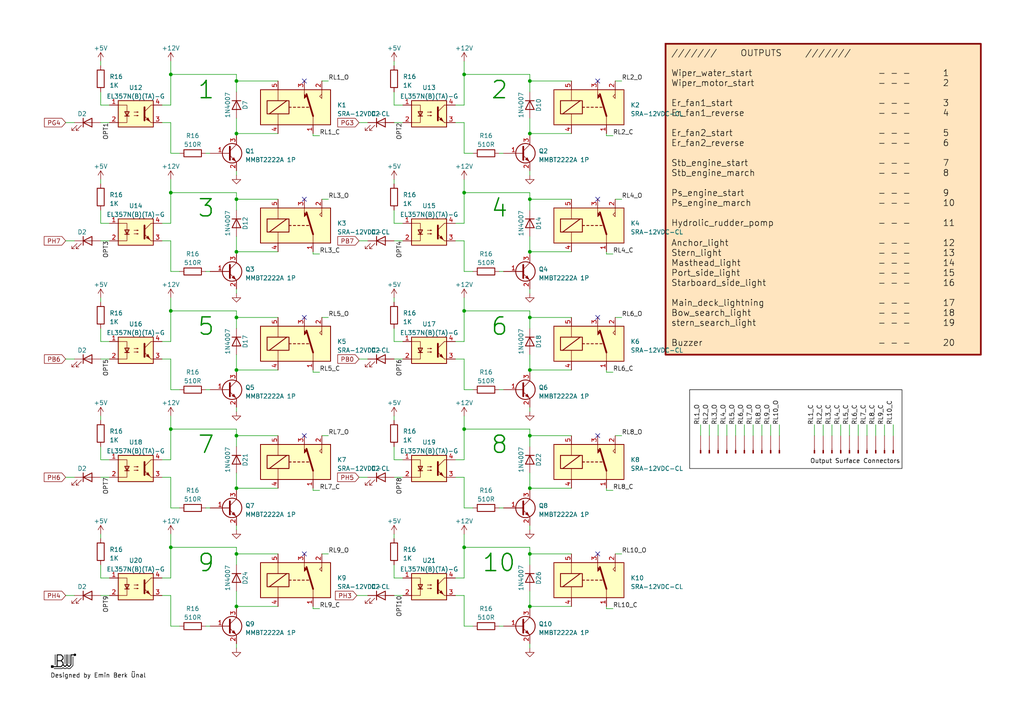
<source format=kicad_sch>
(kicad_sch (version 20230121) (generator eeschema)
  (paper "A4")
  (title_block (title "Relays-1") (date "2023-05-16") (rev "2") (company "OES Maritime Systems Eng. Ltd. Sti."))
  (lib_symbols
    (symbol "Conn_01x01_Pin_1" (pin_numbers hide) (pin_names (offset 1.016) hide)
      (property "Reference" "J" (at 0 2.54 0))
      (property "Value" "Conn_01x01_Pin" (at 0 -2.54 0))
      (symbol "Conn_01x01_Pin_1_1_1"
        (pin passive line (at 5.08 0 180) (length 3.81) (name "Pin_1") (number "1"))
      )
    )
    (symbol "Device:R" (pin_numbers hide) (pin_names (offset 0))
      (property "Reference" "R" (at 2.032 0 90))
      (property "Value" "R" (at 0 0 90))
      (symbol "R_1_1"
        (pin passive line (at 0 3.81 270) (length 1.27) (name "~") (number "1"))
        (pin passive line (at 0 -3.81 90) (length 1.27) (name "~") (number "2"))
      )
    )
    (symbol "Diode:1N4007" (pin_numbers hide) (pin_names hide)
      (property "Reference" "D" (at 0 2.54 0))
      (property "Value" "1N4007" (at 0 -2.54 0))
      (symbol "1N4007_1_1"
        (pin passive line (at -3.81 0 0) (length 2.54) (name "K") (number "1"))
        (pin passive line (at 3.81 0 180) (length 2.54) (name "A") (number "2"))
      )
    )
    (symbol "Isolator:PC817" (pin_names (offset 1.016))
      (property "Reference" "U" (at -5.08 5.08 0))
      (property "Value" "PC817" (at 0 5.08 0))
      (symbol "PC817_1_1"
        (pin passive line (at -7.62 2.54 0) (length 2.54) (name "~") (number "1"))
        (pin passive line (at -7.62 -2.54 0) (length 2.54) (name "~") (number "2"))
        (pin passive line (at 7.62 -2.54 180) (length 2.54) (name "~") (number "3"))
        (pin passive line (at 7.62 2.54 180) (length 2.54) (name "~") (number "4"))
      )
    )
    (symbol "LED:IR26-21C_L110_TR8" (pin_numbers hide) (pin_names (offset 1.016) hide)
      (property "Reference" "D" (at 0 2.54 0))
      (property "Value" "IR26-21C_L110_TR8" (at 0 -3.81 0))
      (symbol "IR26-21C_L110_TR8_1_1"
        (pin passive line (at -3.81 0 0) (length 2.54) (name "K") (number "1"))
        (pin passive line (at 3.81 0 180) (length 2.54) (name "A") (number "2"))
      )
    )
    (symbol "MyRelays:SRA-12VDC"
      (property "Reference" "K" (at 18.415 -1.27 0))
      (property "Value" "SRA-12VDC-CL" (at 7.62 1.27 0))
      (symbol "SRA-12VDC_1_1"
        (pin passive line (at 15.24 -2.54 90) (length 2.54) (name "") (number "1"))
        (pin passive line (at 17.78 12.7 270) (length 2.54) (name "") (number "2"))
        (pin passive line (at 12.7 12.7 270) (length 2.54) (name "") (number "3"))
        (pin passive line (at 5.08 -2.54 90) (length 2.54) (name "") (number "4"))
        (pin passive line (at 5.08 12.7 270) (length 2.54) (name "") (number "5"))
      )
    )
    (symbol "Transistor_BJT:2SC4213" (pin_names (offset 0) hide)
      (property "Reference" "Q" (at 5.08 1.905 0))
      (property "Value" "2SC4213" (at 5.08 0 0))
      (symbol "2SC4213_1_1"
        (pin input line (at -5.08 0 0) (length 5.715) (name "B") (number "1"))
        (pin passive line (at 2.54 -5.08 90) (length 2.54) (name "E") (number "2"))
        (pin passive line (at 2.54 5.08 270) (length 2.54) (name "C") (number "3"))
      )
    )
    (symbol "power:+12V" (power) (pin_names (offset 0))
      (property "Value" "+12V" (at 0 3.556 0))
      (symbol "+12V_1_1"
        (pin power_in line (at 0 0 90) (length 0) hide (name "+12V") (number "1"))
      )
    )
    (symbol "power:+5V" (power) (pin_names (offset 0))
      (property "Value" "+5V" (at 0 3.556 0))
      (symbol "+5V_1_1"
        (pin power_in line (at 0 0 90) (length 0) hide (name "+5V") (number "1"))
      )
    )
    (symbol "power:GND" (power) (pin_names (offset 0))
      (property "Value" "GND" (at 0 -3.81 0))
      (symbol "GND_1_1"
        (pin power_in line (at 0 0 270) (length 0) hide (name "GND") (number "1"))
      )
    )
  )
  (junction (at 68.58 73.025))
  (junction (at 49.53 21.59))
  (junction (at 68.58 107.315))
  (junction (at 49.53 158.75))
  (junction (at 134.62 55.88))
  (junction (at 68.58 175.895))
  (junction (at 153.67 126.365))
  (junction (at 68.58 126.365))
  (junction (at 49.53 55.88))
  (junction (at 134.62 90.17))
  (junction (at 68.58 57.785))
  (junction (at 68.58 38.735))
  (junction (at 153.67 38.735))
  (junction (at 153.67 92.075))
  (junction (at 68.58 141.605))
  (junction (at 153.67 141.605))
  (junction (at 153.67 23.495))
  (junction (at 68.58 92.075))
  (junction (at 153.67 175.895))
  (junction (at 153.67 107.315))
  (junction (at 68.58 23.495))
  (junction (at 49.53 90.17))
  (junction (at 49.53 124.46))
  (junction (at 134.62 158.75))
  (junction (at 153.67 160.655))
  (junction (at 68.58 160.655))
  (junction (at 153.67 57.785))
  (junction (at 134.62 21.59))
  (junction (at 153.67 73.025))
  (junction (at 134.62 124.46))
  (no_connect (at 173.355 92.075))
  (no_connect (at 173.355 57.785))
  (no_connect (at 88.265 23.495))
  (no_connect (at 173.355 160.655))
  (no_connect (at 88.265 92.075))
  (no_connect (at 173.355 23.495))
  (no_connect (at 88.265 126.365))
  (no_connect (at 88.265 160.655))
  (no_connect (at 88.265 57.785))
  (no_connect (at 173.355 126.365))
  (wire (pts (xy 236.22 126.365) (xy 236.22 123.19)))
  (wire (pts (xy 68.58 118.11) (xy 68.58 119.38)))
  (wire (pts (xy 134.62 90.17) (xy 153.67 90.17)))
  (wire (pts (xy 114.3 138.43) (xy 116.84 138.43)))
  (wire (pts (xy 49.53 124.46) (xy 49.53 120.65)))
  (wire (pts (xy 153.67 49.53) (xy 153.67 50.8)))
  (wire (pts (xy 165.735 23.495) (xy 153.67 23.495)))
  (wire (pts (xy 134.62 147.32) (xy 137.16 147.32)))
  (wire (pts (xy 114.3 163.83) (xy 114.3 167.64)))
  (wire (pts (xy 134.62 44.45) (xy 137.16 44.45)))
  (wire (pts (xy 205.74 126.365) (xy 205.74 123.19)))
  (wire (pts (xy 29.21 64.77) (xy 31.75 64.77)))
  (wire (pts (xy 144.78 147.32) (xy 146.05 147.32)))
  (wire (pts (xy 175.895 107.95) (xy 177.8 107.95)))
  (wire (pts (xy 68.58 57.785) (xy 68.58 60.96)))
  (wire (pts (xy 134.62 124.46) (xy 153.67 124.46)))
  (wire (pts (xy 68.58 137.16) (xy 68.58 141.605)))
  (wire (pts (xy 49.53 90.17) (xy 49.53 86.36)))
  (wire (pts (xy 59.69 113.03) (xy 60.96 113.03)))
  (wire (pts (xy 49.53 104.14) (xy 49.53 113.03)))
  (wire (pts (xy 134.62 21.59) (xy 134.62 17.78)))
  (wire (pts (xy 153.67 175.895) (xy 153.67 176.53)))
  (wire (pts (xy 29.21 17.78) (xy 29.21 19.05)))
  (wire (pts (xy 46.99 133.35) (xy 49.53 133.35)))
  (wire (pts (xy 153.67 92.075) (xy 153.67 95.25)))
  (wire (pts (xy 175.895 38.735) (xy 175.895 39.37)))
  (wire (pts (xy 134.62 181.61) (xy 137.16 181.61)))
  (wire (pts (xy 175.895 73.66) (xy 177.8 73.66)))
  (wire (pts (xy 153.67 171.45) (xy 153.67 175.895)))
  (wire (pts (xy 29.21 163.83) (xy 29.21 167.64)))
  (wire (pts (xy 95.25 160.655) (xy 93.345 160.655)))
  (wire (pts (xy 29.21 129.54) (xy 29.21 133.35)))
  (wire (pts (xy 153.67 23.495) (xy 153.67 26.67)))
  (wire (pts (xy 49.53 55.88) (xy 68.58 55.88)))
  (wire (pts (xy 144.78 78.74) (xy 146.05 78.74)))
  (wire (pts (xy 46.99 35.56) (xy 49.53 35.56)))
  (wire (pts (xy 153.67 158.75) (xy 153.67 160.655)))
  (wire (pts (xy 144.78 44.45) (xy 146.05 44.45)))
  (wire (pts (xy 104.14 35.56) (xy 106.68 35.56)))
  (wire (pts (xy 80.645 57.785) (xy 68.58 57.785)))
  (wire (pts (xy 29.21 95.25) (xy 29.21 99.06)))
  (wire (pts (xy 153.67 73.025) (xy 165.735 73.025)))
  (wire (pts (xy 68.58 49.53) (xy 68.58 50.8)))
  (wire (pts (xy 46.99 64.77) (xy 49.53 64.77)))
  (wire (pts (xy 59.69 78.74) (xy 60.96 78.74)))
  (wire (pts (xy 134.62 55.88) (xy 134.62 52.07)))
  (wire (pts (xy 90.805 38.735) (xy 90.805 39.37)))
  (wire (pts (xy 29.21 69.85) (xy 31.75 69.85)))
  (wire (pts (xy 19.05 138.43) (xy 21.59 138.43)))
  (wire (pts (xy 114.3 17.78) (xy 114.3 19.05)))
  (wire (pts (xy 59.69 181.61) (xy 60.96 181.61)))
  (wire (pts (xy 175.895 73.025) (xy 175.895 73.66)))
  (wire (pts (xy 104.14 104.14) (xy 106.68 104.14)))
  (wire (pts (xy 29.21 60.96) (xy 29.21 64.77)))
  (wire (pts (xy 68.58 73.025) (xy 80.645 73.025)))
  (wire (pts (xy 223.52 126.365) (xy 223.52 123.19)))
  (wire (pts (xy 132.08 30.48) (xy 134.62 30.48)))
  (wire (pts (xy 218.44 126.365) (xy 218.44 123.19)))
  (wire (pts (xy 153.67 83.82) (xy 153.67 85.09)))
  (wire (pts (xy 68.58 68.58) (xy 68.58 73.025)))
  (wire (pts (xy 175.895 142.24) (xy 177.8 142.24)))
  (wire (pts (xy 213.36 126.365) (xy 213.36 123.19)))
  (wire (pts (xy 134.62 55.88) (xy 153.67 55.88)))
  (wire (pts (xy 49.53 44.45) (xy 52.07 44.45)))
  (wire (pts (xy 243.84 126.365) (xy 243.84 123.19)))
  (wire (pts (xy 68.58 73.025) (xy 68.58 73.66)))
  (wire (pts (xy 29.21 30.48) (xy 31.75 30.48)))
  (wire (pts (xy 114.3 60.96) (xy 114.3 64.77)))
  (wire (pts (xy 134.62 104.14) (xy 134.62 113.03)))
  (wire (pts (xy 132.08 64.77) (xy 134.62 64.77)))
  (wire (pts (xy 68.58 186.69) (xy 68.58 187.96)))
  (wire (pts (xy 153.67 141.605) (xy 165.735 141.605)))
  (wire (pts (xy 95.25 126.365) (xy 93.345 126.365)))
  (wire (pts (xy 68.58 141.605) (xy 80.645 141.605)))
  (wire (pts (xy 29.21 154.94) (xy 29.21 156.21)))
  (wire (pts (xy 153.67 126.365) (xy 153.67 129.54)))
  (wire (pts (xy 134.62 35.56) (xy 134.62 44.45)))
  (wire (pts (xy 46.99 138.43) (xy 49.53 138.43)))
  (wire (pts (xy 114.3 129.54) (xy 114.3 133.35)))
  (wire (pts (xy 251.46 126.365) (xy 251.46 123.19)))
  (wire (pts (xy 153.67 141.605) (xy 153.67 142.24)))
  (wire (pts (xy 153.67 175.895) (xy 165.735 175.895)))
  (wire (pts (xy 49.53 167.64) (xy 49.53 158.75)))
  (wire (pts (xy 153.67 152.4) (xy 153.67 153.67)))
  (wire (pts (xy 29.21 104.14) (xy 31.75 104.14)))
  (wire (pts (xy 68.58 38.735) (xy 68.58 39.37)))
  (wire (pts (xy 114.3 64.77) (xy 116.84 64.77)))
  (wire (pts (xy 153.67 160.655) (xy 153.67 163.83)))
  (wire (pts (xy 49.53 113.03) (xy 52.07 113.03)))
  (wire (pts (xy 68.58 175.895) (xy 68.58 176.53)))
  (wire (pts (xy 132.08 172.72) (xy 134.62 172.72)))
  (wire (pts (xy 46.99 30.48) (xy 49.53 30.48)))
  (wire (pts (xy 95.25 92.075) (xy 93.345 92.075)))
  (wire (pts (xy 68.58 171.45) (xy 68.58 175.895)))
  (wire (pts (xy 215.9 126.365) (xy 215.9 123.19)))
  (wire (pts (xy 29.21 138.43) (xy 31.75 138.43)))
  (wire (pts (xy 68.58 21.59) (xy 68.58 23.495)))
  (wire (pts (xy 134.62 21.59) (xy 153.67 21.59)))
  (wire (pts (xy 59.69 44.45) (xy 60.96 44.45)))
  (wire (pts (xy 90.805 73.025) (xy 90.805 73.66)))
  (wire (pts (xy 49.53 147.32) (xy 52.07 147.32)))
  (wire (pts (xy 153.67 21.59) (xy 153.67 23.495)))
  (wire (pts (xy 256.54 126.365) (xy 256.54 123.19)))
  (wire (pts (xy 29.21 52.07) (xy 29.21 53.34)))
  (wire (pts (xy 144.78 113.03) (xy 146.05 113.03)))
  (wire (pts (xy 90.805 142.24) (xy 92.71 142.24)))
  (wire (pts (xy 49.53 35.56) (xy 49.53 44.45)))
  (wire (pts (xy 114.3 69.85) (xy 116.84 69.85)))
  (wire (pts (xy 132.08 138.43) (xy 134.62 138.43)))
  (wire (pts (xy 210.82 126.365) (xy 210.82 123.19)))
  (wire (pts (xy 29.21 35.56) (xy 31.75 35.56)))
  (wire (pts (xy 49.53 99.06) (xy 49.53 90.17)))
  (wire (pts (xy 114.3 120.65) (xy 114.3 121.92)))
  (wire (pts (xy 180.34 126.365) (xy 178.435 126.365)))
  (wire (pts (xy 254 126.365) (xy 254 123.19)))
  (wire (pts (xy 49.53 133.35) (xy 49.53 124.46)))
  (wire (pts (xy 95.25 57.785) (xy 93.345 57.785)))
  (wire (pts (xy 90.805 176.53) (xy 92.71 176.53)))
  (wire (pts (xy 68.58 92.075) (xy 68.58 95.25)))
  (wire (pts (xy 19.05 172.72) (xy 21.59 172.72)))
  (wire (pts (xy 153.67 55.88) (xy 153.67 57.785)))
  (wire (pts (xy 153.67 68.58) (xy 153.67 73.025)))
  (wire (pts (xy 132.08 167.64) (xy 134.62 167.64)))
  (wire (pts (xy 134.62 158.75) (xy 153.67 158.75)))
  (wire (pts (xy 165.735 92.075) (xy 153.67 92.075)))
  (wire (pts (xy 165.735 57.785) (xy 153.67 57.785)))
  (wire (pts (xy 153.67 186.69) (xy 153.67 187.96)))
  (wire (pts (xy 29.21 133.35) (xy 31.75 133.35)))
  (wire (pts (xy 153.67 38.735) (xy 153.67 39.37)))
  (wire (pts (xy 153.67 107.315) (xy 153.67 107.95)))
  (wire (pts (xy 68.58 126.365) (xy 68.58 129.54)))
  (wire (pts (xy 19.05 104.14) (xy 21.59 104.14)))
  (wire (pts (xy 241.3 126.365) (xy 241.3 123.19)))
  (wire (pts (xy 80.645 92.075) (xy 68.58 92.075)))
  (wire (pts (xy 114.3 172.72) (xy 116.84 172.72)))
  (wire (pts (xy 68.58 175.895) (xy 80.645 175.895)))
  (wire (pts (xy 68.58 83.82) (xy 68.58 85.09)))
  (wire (pts (xy 90.805 107.315) (xy 90.805 107.95)))
  (wire (pts (xy 49.53 158.75) (xy 68.58 158.75)))
  (wire (pts (xy 46.99 167.64) (xy 49.53 167.64)))
  (wire (pts (xy 114.3 52.07) (xy 114.3 53.34)))
  (wire (pts (xy 49.53 21.59) (xy 49.53 17.78)))
  (wire (pts (xy 29.21 99.06) (xy 31.75 99.06)))
  (wire (pts (xy 68.58 55.88) (xy 68.58 57.785)))
  (wire (pts (xy 49.53 90.17) (xy 68.58 90.17)))
  (wire (pts (xy 68.58 160.655) (xy 68.58 163.83)))
  (wire (pts (xy 238.76 126.365) (xy 238.76 123.19)))
  (wire (pts (xy 134.62 90.17) (xy 134.62 86.36)))
  (wire (pts (xy 29.21 120.65) (xy 29.21 121.92)))
  (wire (pts (xy 114.3 133.35) (xy 116.84 133.35)))
  (wire (pts (xy 68.58 107.315) (xy 68.58 107.95)))
  (wire (pts (xy 59.69 147.32) (xy 60.96 147.32)))
  (wire (pts (xy 220.98 126.365) (xy 220.98 123.19)))
  (wire (pts (xy 180.34 23.495) (xy 178.435 23.495)))
  (wire (pts (xy 46.99 104.14) (xy 49.53 104.14)))
  (wire (pts (xy 246.38 126.365) (xy 246.38 123.19)))
  (wire (pts (xy 114.3 104.14) (xy 116.84 104.14)))
  (wire (pts (xy 134.62 158.75) (xy 134.62 154.94)))
  (wire (pts (xy 132.08 133.35) (xy 134.62 133.35)))
  (wire (pts (xy 175.895 39.37) (xy 177.8 39.37)))
  (wire (pts (xy 134.62 138.43) (xy 134.62 147.32)))
  (wire (pts (xy 49.53 69.85) (xy 49.53 78.74)))
  (wire (pts (xy 180.34 160.655) (xy 178.435 160.655)))
  (wire (pts (xy 49.53 124.46) (xy 68.58 124.46)))
  (wire (pts (xy 175.895 107.315) (xy 175.895 107.95)))
  (wire (pts (xy 134.62 30.48) (xy 134.62 21.59)))
  (wire (pts (xy 153.67 34.29) (xy 153.67 38.735)))
  (wire (pts (xy 226.06 126.365) (xy 226.06 123.19)))
  (wire (pts (xy 104.14 69.85) (xy 106.68 69.85)))
  (wire (pts (xy 153.67 38.735) (xy 165.735 38.735)))
  (wire (pts (xy 153.67 90.17) (xy 153.67 92.075)))
  (wire (pts (xy 68.58 158.75) (xy 68.58 160.655)))
  (wire (pts (xy 153.67 137.16) (xy 153.67 141.605)))
  (wire (pts (xy 134.62 172.72) (xy 134.62 181.61)))
  (wire (pts (xy 153.67 107.315) (xy 165.735 107.315)))
  (wire (pts (xy 68.58 34.29) (xy 68.58 38.735)))
  (wire (pts (xy 68.58 102.87) (xy 68.58 107.315)))
  (wire (pts (xy 203.2 126.365) (xy 203.2 123.19)))
  (wire (pts (xy 165.735 126.365) (xy 153.67 126.365)))
  (wire (pts (xy 114.3 30.48) (xy 116.84 30.48)))
  (wire (pts (xy 68.58 141.605) (xy 68.58 142.24)))
  (wire (pts (xy 90.805 141.605) (xy 90.805 142.24)))
  (wire (pts (xy 49.53 55.88) (xy 49.53 52.07)))
  (wire (pts (xy 49.53 172.72) (xy 49.53 181.61)))
  (wire (pts (xy 153.67 118.11) (xy 153.67 119.38)))
  (wire (pts (xy 49.53 30.48) (xy 49.53 21.59)))
  (wire (pts (xy 144.78 181.61) (xy 146.05 181.61)))
  (wire (pts (xy 46.99 69.85) (xy 49.53 69.85)))
  (wire (pts (xy 29.21 167.64) (xy 31.75 167.64)))
  (wire (pts (xy 134.62 167.64) (xy 134.62 158.75)))
  (wire (pts (xy 68.58 107.315) (xy 80.645 107.315)))
  (wire (pts (xy 208.28 126.365) (xy 208.28 123.19)))
  (wire (pts (xy 19.05 35.56) (xy 21.59 35.56)))
  (wire (pts (xy 114.3 99.06) (xy 116.84 99.06)))
  (wire (pts (xy 29.21 86.36) (xy 29.21 87.63)))
  (wire (pts (xy 90.805 39.37) (xy 92.71 39.37)))
  (wire (pts (xy 49.53 158.75) (xy 49.53 154.94)))
  (wire (pts (xy 175.895 175.895) (xy 175.895 176.53)))
  (wire (pts (xy 80.645 126.365) (xy 68.58 126.365)))
  (wire (pts (xy 68.58 38.735) (xy 80.645 38.735)))
  (wire (pts (xy 29.21 26.67) (xy 29.21 30.48)))
  (wire (pts (xy 134.62 64.77) (xy 134.62 55.88)))
  (wire (pts (xy 49.53 181.61) (xy 52.07 181.61)))
  (wire (pts (xy 153.67 124.46) (xy 153.67 126.365)))
  (wire (pts (xy 132.08 35.56) (xy 134.62 35.56)))
  (wire (pts (xy 134.62 69.85) (xy 134.62 78.74)))
  (wire (pts (xy 114.3 86.36) (xy 114.3 87.63)))
  (wire (pts (xy 46.99 99.06) (xy 49.53 99.06)))
  (wire (pts (xy 259.08 126.365) (xy 259.08 123.19)))
  (wire (pts (xy 153.67 73.025) (xy 153.67 73.66)))
  (wire (pts (xy 103.505 172.72) (xy 106.68 172.72)))
  (wire (pts (xy 180.34 57.785) (xy 178.435 57.785)))
  (wire (pts (xy 134.62 133.35) (xy 134.62 124.46)))
  (wire (pts (xy 248.92 126.365) (xy 248.92 123.19)))
  (wire (pts (xy 68.58 124.46) (xy 68.58 126.365)))
  (wire (pts (xy 134.62 124.46) (xy 134.62 120.65)))
  (wire (pts (xy 49.53 138.43) (xy 49.53 147.32)))
  (wire (pts (xy 132.08 104.14) (xy 134.62 104.14)))
  (wire (pts (xy 114.3 26.67) (xy 114.3 30.48)))
  (wire (pts (xy 134.62 78.74) (xy 137.16 78.74)))
  (wire (pts (xy 175.895 141.605) (xy 175.895 142.24)))
  (wire (pts (xy 95.25 23.495) (xy 93.345 23.495)))
  (wire (pts (xy 68.58 23.495) (xy 68.58 26.67)))
  (wire (pts (xy 46.99 172.72) (xy 49.53 172.72)))
  (wire (pts (xy 80.645 160.655) (xy 68.58 160.655)))
  (wire (pts (xy 49.53 78.74) (xy 52.07 78.74)))
  (wire (pts (xy 180.34 92.075) (xy 178.435 92.075)))
  (wire (pts (xy 49.53 64.77) (xy 49.53 55.88)))
  (wire (pts (xy 68.58 152.4) (xy 68.58 153.67)))
  (wire (pts (xy 49.53 21.59) (xy 68.58 21.59)))
  (wire (pts (xy 114.3 167.64) (xy 116.84 167.64)))
  (wire (pts (xy 134.62 113.03) (xy 137.16 113.03)))
  (wire (pts (xy 175.895 176.53) (xy 177.8 176.53)))
  (wire (pts (xy 165.735 160.655) (xy 153.67 160.655)))
  (wire (pts (xy 80.645 23.495) (xy 68.58 23.495)))
  (wire (pts (xy 114.3 154.94) (xy 114.3 156.21)))
  (wire (pts (xy 19.05 69.85) (xy 21.59 69.85)))
  (wire (pts (xy 153.67 102.87) (xy 153.67 107.315)))
  (wire (pts (xy 153.67 57.785) (xy 153.67 60.96)))
  (wire (pts (xy 114.3 35.56) (xy 116.84 35.56)))
  (wire (pts (xy 29.21 172.72) (xy 31.75 172.72)))
  (wire (pts (xy 114.3 95.25) (xy 114.3 99.06)))
  (wire (pts (xy 90.805 175.895) (xy 90.805 176.53)))
  (wire (pts (xy 68.58 90.17) (xy 68.58 92.075)))
  (wire (pts (xy 132.08 99.06) (xy 134.62 99.06)))
  (wire (pts (xy 90.805 73.66) (xy 92.71 73.66)))
  (wire (pts (xy 104.14 138.43) (xy 106.68 138.43)))
  (wire (pts (xy 134.62 99.06) (xy 134.62 90.17)))
  (wire (pts (xy 90.805 107.95) (xy 92.71 107.95)))
  (wire (pts (xy 132.08 69.85) (xy 134.62 69.85)))
  (rectangle (start 200.025 113.03) (end 261.62 135.89) (stroke (width 0) (color 0 0 0 1)))
  (image (at 18.415 191.77) (scale 0.232765))
  (text_box "///////     OUTPUTS     ///////\n\nWiper_water_start			 	  - - - 	1 \nWiper_motor_start			 	  - - - 	2 \n\nEr_fan1_start			     	  - - - 	3 \nEr_fan1_reverse			 	 	  - - - 	4 \n\nEr_fan2_start				 	  - - - 	5 \nEr_fan2_reverse			 	 	  - - - 	6 \n\nStb_engine_start			 	  - - - 	7 \nStb_engine_march			 	  - - - 	8 \n\nPs_engine_start			 	 	  - - - 	9 \nPs_engine_march			 	  	  - - - 	10 \n\nHydrolic_rudder_pomp		 	  - - - 	11 \n\nAnchor_light				 	  - - - 	12 \nStern_light				 	  	  - - - 	13 \nMasthead_light			 	 	  - - - 	14 \nPort_side_light			 	  	  - - - 	15 \nStarboard_side_light		 	  - - - 	16\n\nMain_deck_lightning		 	  	  - - - 	17 \nBow_search_light			 	  - - - 	18 \nstern_search_light 		 	  	  - - - 	19\n\nBuzzer 							  - - - 	20" (at 193.04 12.7 0) (size 91.44 90.17) (stroke (width 0.5) (color 132 0 0 1)) (fill (type color) (color 255 229 191 1)) (effects (font (size 1.8 1.8)) (justify left top)))
  (text "10" (at 139.7 166.37 0) (effects (font (size 5 5) (thickness 0.4) bold) (justify left bottom)))
  (text "Output Surface Connectors" (at 234.95 134.62 0) (effects (font (size 1.27 1.27)) (justify left bottom)))
  (text "9" (at 57.15 166.37 0) (effects (font (size 5 5) (thickness 0.4) bold) (justify left bottom)))
  (text "2\n" (at 142.24 29.21 0) (effects (font (size 5 5) (thickness 0.4) bold) (justify left bottom)))
  (text "1" (at 57.15 29.21 0) (effects (font (size 5 5) (thickness 0.4) bold) (justify left bottom)))
  (text "6" (at 142.24 97.79 0) (effects (font (size 5 5) (thickness 0.4) bold) (justify left bottom)))
  (text "4" (at 142.24 63.5 0) (effects (font (size 5 5) (thickness 0.4) bold) (justify left bottom)))
  (text "8" (at 142.24 132.08 0) (effects (font (size 5 5) (thickness 0.4) bold) (justify left bottom)))
  (text "7" (at 57.15 132.08 0) (effects (font (size 5 5) (thickness 0.4) bold) (justify left bottom)))
  (text "Designed by Emin Berk Ünal" (at 14.605 196.85 0) (effects (font (size 1.27 1.27)) (justify left bottom)))
  (text "5" (at 57.15 97.79 0) (effects (font (size 5 5) (thickness 0.4) bold) (justify left bottom)))
  (text "3" (at 57.15 63.5 0) (effects (font (size 5 5) (thickness 0.4) bold) (justify left bottom)))
  (label "RL2_C" (at 238.76 123.19 90))
  (label "RL1_C" (at 92.71 39.37 0))
  (label "RL4_C" (at 243.84 123.19 90))
  (label "RL10_O" (at 226.06 123.19 90))
  (label "RL5_O" (at 95.25 92.075 0))
  (label "RL2_O" (at 180.34 23.495 0))
  (label "RL5_C" (at 246.38 123.19 90))
  (label "OPT5" (at 31.75 104.14 270) (property "Intersheetrefs" "${INTERSHEET_REFS}" (effects hide)))
  (label "RL1_C" (at 236.22 123.19 90))
  (label "RL3_C" (at 92.71 73.66 0))
  (label "RL7_O" (at 218.44 123.19 90))
  (label "RL9_C" (at 92.71 176.53 0))
  (label "RL2_C" (at 177.8 39.37 0))
  (label "RL7_C" (at 92.71 142.24 0))
  (label "OPT10" (at 116.84 172.72 270) (property "Intersheetrefs" "${INTERSHEET_REFS}" (effects hide)))
  (label "OPT4" (at 116.84 69.85 270) (property "Intersheetrefs" "${INTERSHEET_REFS}" (effects hide)))
  (label "OPT8" (at 116.84 138.43 270) (property "Intersheetrefs" "${INTERSHEET_REFS}" (effects hide)))
  (label "RL6_O" (at 215.9 123.19 90))
  (label "OPT7" (at 31.75 138.43 270) (property "Intersheetrefs" "${INTERSHEET_REFS}" (effects hide)))
  (label "RL10_C" (at 177.8 176.53 0))
  (label "OPT2" (at 116.84 35.56 270) (property "Intersheetrefs" "${INTERSHEET_REFS}" (effects hide)))
  (label "OPT3" (at 31.75 69.85 270) (property "Intersheetrefs" "${INTERSHEET_REFS}" (effects hide)))
  (label "RL5_O" (at 213.36 123.19 90))
  (label "RL9_O" (at 223.52 123.19 90))
  (label "RL9_C" (at 256.54 123.19 90))
  (label "RL8_O" (at 220.98 123.19 90))
  (label "RL1_O" (at 203.2 123.19 90))
  (label "RL3_O" (at 95.25 57.785 0))
  (label "RL5_C" (at 92.71 107.95 0))
  (label "RL6_C" (at 248.92 123.19 90))
  (label "RL6_O" (at 180.34 92.075 0))
  (label "RL1_O" (at 95.25 23.495 0))
  (label "OPT1" (at 31.75 35.56 270) (property "Intersheetrefs" "${INTERSHEET_REFS}" (effects hide)))
  (label "RL2_O" (at 205.74 123.19 90))
  (label "RL4_O" (at 210.82 123.19 90))
  (label "RL9_O" (at 95.25 160.655 0))
  (label "OPT6" (at 116.84 104.14 270) (property "Intersheetrefs" "${INTERSHEET_REFS}" (effects hide)))
  (label "RL3_O" (at 208.28 123.19 90))
  (label "RL4_O" (at 180.34 57.785 0))
  (label "RL6_C" (at 177.8 107.95 0))
  (label "RL10_C" (at 259.08 123.19 90))
  (label "RL7_C" (at 251.46 123.19 90))
  (label "RL8_O" (at 180.34 126.365 0))
  (label "RL8_C" (at 254 123.19 90))
  (label "RL7_O" (at 95.25 126.365 0))
  (label "RL10_O" (at 180.34 160.655 0))
  (label "RL8_C" (at 177.8 142.24 0))
  (label "RL3_C" (at 241.3 123.19 90))
  (label "OPT9" (at 31.75 172.72 270) (property "Intersheetrefs" "${INTERSHEET_REFS}" (effects hide)))
  (label "RL4_C" (at 177.8 73.66 0))
  (global_label "PH6" (shape input) (at 19.05 138.43 180) (property "Intersheetrefs" "${INTERSHEET_REFS}" (effects hide)))
  (global_label "PH4" (shape input) (at 19.05 172.72 180) (property "Intersheetrefs" "${INTERSHEET_REFS}" (effects hide)))
  (global_label "PG4" (shape input) (at 19.05 35.56 180) (property "Intersheetrefs" "${INTERSHEET_REFS}" (effects hide)))
  (global_label "PH7" (shape input) (at 19.05 69.85 180) (property "Intersheetrefs" "${INTERSHEET_REFS}" (effects hide)))
  (global_label "PB6" (shape input) (at 19.05 104.14 180) (property "Intersheetrefs" "${INTERSHEET_REFS}" (effects hide)))
  (global_label "PG3" (shape input) (at 104.14 35.56 180) (property "Intersheetrefs" "${INTERSHEET_REFS}" (effects hide)))
  (global_label "PH5" (shape input) (at 104.14 138.43 180) (property "Intersheetrefs" "${INTERSHEET_REFS}" (effects hide)))
  (global_label "PB0" (shape input) (at 104.14 104.14 180) (property "Intersheetrefs" "${INTERSHEET_REFS}" (effects hide)))
  (global_label "PB7" (shape input) (at 104.14 69.85 180) (property "Intersheetrefs" "${INTERSHEET_REFS}" (effects hide)))
  (global_label "PH3" (shape input) (at 103.505 172.72 180) (property "Intersheetrefs" "${INTERSHEET_REFS}" (effects hide)))
  (symbol (lib_id "power:GND") (at 68.58 187.96 0) (unit 1)
    (property "Reference" "#PWR099" (effects hide))
    (property "Value" "GND" (effects hide))
  )
  (symbol (lib_id "power:+12V") (at 134.62 154.94 0) (unit 1)
    (property "Reference" "#PWR087" (effects hide))
    (property "Value" "+12V" (at 134.62 151.13 0))
  )
  (symbol (lib_id "LED:IR26-21C_L110_TR8") (at 110.49 104.14 0) (unit 1)
    (property "Reference" "D2" (at 108.9025 101.6 0))
    (property "Value" "KT-0805G" (effects hide))
    (property "Footprint" "LED_SMD:LED_0805_2012Metric" (effects hide))
    (property "Datasheet" "http://www.everlight.com/file/ProductFile/IR26-21C-L110-TR8.pdf" (effects hide))
    (instances (project "HMI_Board_V2" (path "" (reference "D2") (unit 1)) (path "" (reference "D19") (unit 1))))
  )
  (symbol (lib_id "MyRelays:SRA-12VDC") (at 75.565 104.775 0) (unit 1)
    (property "Reference" "K5" (at 97.79 99.06 0) (effects (justify left)))
    (property "Value" "SRA-12VDC-CL" (at 97.79 101.6 0) (effects (justify left)))
    (property "Footprint" "MyRelays:SRA-12VDC-CL" (effects hide))
    (property "Datasheet" "https://datasheet.lcsc.com/lcsc/2304140030_Ningbo-Songle-Relay-SRA-12VDC-CL_C60169.pdf" (effects hide))
  )
  (symbol (lib_id "Device:R") (at 55.88 44.45 90) (unit 1)
    (property "Reference" "R16" (at 55.88 39.37 90))
    (property "Value" "510R" (at 55.88 41.91 90))
    (property "Footprint" "Resistor_SMD:R_0805_2012Metric" (effects hide))
    (instances (project "HMI_Board_V2" (path "" (reference "R16") (unit 1)) (path "" (reference "R33") (unit 1))))
  )
  (symbol (lib_id "power:+12V") (at 49.53 52.07 0) (unit 1)
    (property "Reference" "#PWR066" (effects hide))
    (property "Value" "+12V" (at 49.53 48.26 0))
  )
  (symbol (lib_id "power:+5V") (at 29.21 120.65 0) (unit 1)
    (property "Reference" "#PWR072" (effects hide))
    (property "Value" "+5V" (at 29.21 116.84 0))
  )
  (symbol (lib_id "Isolator:PC817") (at 124.46 101.6 0) (unit 1)
    (property "Reference" "U17" (at 124.46 93.98 0))
    (property "Value" "EL357N(B)(TA)-G" (at 124.46 96.52 0))
    (property "Footprint" "Package_SO:SO-4_4.4x3.6mm_P2.54mm" (effects hide))
    (property "Datasheet" "https://datasheet.lcsc.com/lcsc/1809192312_Everlight-Elec-EL357N-B-TA-G_C6649.pdf" (effects hide))
  )
  (symbol (lib_id "MyRelays:SRA-12VDC") (at 160.655 173.355 0) (unit 1)
    (property "Reference" "K10" (at 182.88 167.64 0) (effects (justify left)))
    (property "Value" "SRA-12VDC-CL" (at 182.88 170.18 0) (effects (justify left)))
    (property "Footprint" "MyRelays:SRA-12VDC-CL" (effects hide))
    (property "Datasheet" "https://datasheet.lcsc.com/lcsc/2304140030_Ningbo-Songle-Relay-SRA-12VDC-CL_C60169.pdf" (effects hide))
  )
  (symbol (lib_id "Device:R") (at 29.21 22.86 180) (unit 1)
    (property "Reference" "R16" (at 31.75 22.225 0) (effects (justify right)))
    (property "Value" "1K" (at 31.75 24.765 0) (effects (justify right)))
    (property "Footprint" "Resistor_SMD:R_0805_2012Metric" (effects hide))
    (instances (project "HMI_Board_V2" (path "" (reference "R16") (unit 1)) (path "" (reference "R34") (unit 1))))
  )
  (symbol (lib_id "power:GND") (at 68.58 153.67 0) (unit 1)
    (property "Reference" "#PWR082" (effects hide))
    (property "Value" "GND" (effects hide))
  )
  (symbol (lib_id "power:GND") (at 68.58 119.38 0) (unit 1)
    (property "Reference" "#PWR081" (effects hide))
    (property "Value" "GND" (effects hide))
  )
  (symbol (lib_id "Diode:1N4007") (at 153.67 133.35 270) (unit 1)
    (property "Reference" "D22" (at 156.21 133.35 0))
    (property "Value" "1N4007" (at 151.13 133.35 0))
    (property "Footprint" "Diode_SMD:D_SOD-123" (effects hide))
  )
  (symbol (lib_id "Diode:1N4007") (at 153.67 167.64 270) (unit 1)
    (property "Reference" "D26" (at 156.21 167.64 0))
    (property "Value" "1N4007" (at 151.13 167.64 0))
    (property "Footprint" "Diode_SMD:D_SOD-123" (effects hide))
  )
  (symbol (lib_id "Device:R") (at 29.21 160.02 180) (unit 1)
    (property "Reference" "R16" (at 31.75 159.385 0) (effects (justify right)))
    (property "Value" "1K" (at 31.75 161.925 0) (effects (justify right)))
    (property "Footprint" "Resistor_SMD:R_0805_2012Metric" (effects hide))
    (instances (project "HMI_Board_V2" (path "" (reference "R16") (unit 1)) (path "" (reference "R49") (unit 1))))
  )
  (symbol (lib_id "power:+12V") (at 134.62 52.07 0) (unit 1)
    (property "Reference" "#PWR069" (effects hide))
    (property "Value" "+12V" (at 134.62 48.26 0))
  )
  (symbol (lib_id "power:GND") (at 68.58 85.09 0) (unit 1)
    (property "Reference" "#PWR064" (effects hide))
    (property "Value" "GND" (effects hide))
  )
  (symbol (lib_name "Conn_01x01_Pin_1") (lib_id "Connector:Conn_01x01_Pin") (at 213.36 131.445 90) (unit 1) (in_bom no)
    (property "Reference" "J5" (effects hide))
    (property "Value" "Conn_01x01_Pin" (effects hide))
    (property "Footprint" "MountingHole:MountingHole_2.2mm_M2_Pad" (effects hide))
    (property "Sim.Enable" "0" (effects hide))
    (instances (project "HMI_Board_V2" (path "" (reference "J5") (unit 1)) (path "" (reference "J13") (unit 1)) (path "" (reference "J35") (unit 1))))
  )
  (symbol (lib_id "Device:R") (at 29.21 91.44 180) (unit 1)
    (property "Reference" "R16" (at 31.75 90.805 0) (effects (justify right)))
    (property "Value" "1K" (at 31.75 93.345 0) (effects (justify right)))
    (property "Footprint" "Resistor_SMD:R_0805_2012Metric" (effects hide))
    (instances (project "HMI_Board_V2" (path "" (reference "R16") (unit 1)) (path "" (reference "R41") (unit 1))))
  )
  (symbol (lib_id "Diode:1N4007") (at 68.58 133.35 270) (unit 1)
    (property "Reference" "D21" (at 71.12 133.35 0))
    (property "Value" "1N4007" (at 66.04 133.35 0))
    (property "Footprint" "Diode_SMD:D_SOD-123" (effects hide))
  )
  (symbol (lib_id "Transistor_BJT:2SC4213") (at 151.13 181.61 0) (unit 1)
    (property "Reference" "Q10" (at 156.21 180.975 0) (effects (justify left)))
    (property "Value" "MMBT2222A 1P" (at 156.21 183.515 0) (effects (justify left)))
    (property "Footprint" "Package_TO_SOT_SMD:SOT-23" (effects hide))
    (property "Datasheet" "https://datasheet.lcsc.com/lcsc/1811081957_Jiangsu-Changjing-Electronics-Technology-Co---Ltd--MMBT2222A-1P_C8512.pdf" (effects hide))
  )
  (symbol (lib_id "Device:R") (at 140.97 78.74 90) (unit 1)
    (property "Reference" "R16" (at 140.97 73.66 90))
    (property "Value" "510R" (at 140.97 76.2 90))
    (property "Footprint" "Resistor_SMD:R_0805_2012Metric" (effects hide))
    (instances (project "HMI_Board_V2" (path "" (reference "R16") (unit 1)) (path "" (reference "R40") (unit 1))))
  )
  (symbol (lib_id "power:+5V") (at 114.3 17.78 0) (unit 1)
    (property "Reference" "#PWR062" (effects hide))
    (property "Value" "+5V" (at 114.3 13.97 0))
  )
  (symbol (lib_id "LED:IR26-21C_L110_TR8") (at 25.4 69.85 0) (unit 1)
    (property "Reference" "D2" (at 23.8125 67.31 0))
    (property "Value" "KT-0805G" (effects hide))
    (property "Footprint" "LED_SMD:LED_0805_2012Metric" (effects hide))
    (property "Datasheet" "http://www.everlight.com/file/ProductFile/IR26-21C-L110-TR8.pdf" (effects hide))
    (instances (project "HMI_Board_V2" (path "" (reference "D2") (unit 1)) (path "" (reference "D11") (unit 1))))
  )
  (symbol (lib_id "MyRelays:SRA-12VDC") (at 75.565 173.355 0) (unit 1)
    (property "Reference" "K9" (at 97.79 167.64 0) (effects (justify left)))
    (property "Value" "SRA-12VDC-CL" (at 97.79 170.18 0) (effects (justify left)))
    (property "Footprint" "MyRelays:SRA-12VDC-CL" (effects hide))
    (property "Datasheet" "https://datasheet.lcsc.com/lcsc/2304140030_Ningbo-Songle-Relay-SRA-12VDC-CL_C60169.pdf" (effects hide))
  )
  (symbol (lib_id "Device:R") (at 55.88 147.32 90) (unit 1)
    (property "Reference" "R16" (at 55.88 142.24 90))
    (property "Value" "510R" (at 55.88 144.78 90))
    (property "Footprint" "Resistor_SMD:R_0805_2012Metric" (effects hide))
    (instances (project "HMI_Board_V2" (path "" (reference "R16") (unit 1)) (path "" (reference "R44") (unit 1))))
  )
  (symbol (lib_id "Transistor_BJT:2SC4213") (at 151.13 147.32 0) (unit 1)
    (property "Reference" "Q8" (at 156.21 146.685 0) (effects (justify left)))
    (property "Value" "MMBT2222A 1P" (at 156.21 149.225 0) (effects (justify left)))
    (property "Footprint" "Package_TO_SOT_SMD:SOT-23" (effects hide))
    (property "Datasheet" "https://datasheet.lcsc.com/lcsc/1811081957_Jiangsu-Changjing-Electronics-Technology-Co---Ltd--MMBT2222A-1P_C8512.pdf" (effects hide))
  )
  (symbol (lib_name "Conn_01x01_Pin_1") (lib_id "Connector:Conn_01x01_Pin") (at 208.28 131.445 90) (unit 1) (in_bom no)
    (property "Reference" "J5" (effects hide))
    (property "Value" "Conn_01x01_Pin" (effects hide))
    (property "Footprint" "MountingHole:MountingHole_2.2mm_M2_Pad" (effects hide))
    (property "Sim.Enable" "0" (effects hide))
    (instances (project "HMI_Board_V2" (path "" (reference "J5") (unit 1)) (path "" (reference "J11") (unit 1)) (path "" (reference "J33") (unit 1))))
  )
  (symbol (lib_name "Conn_01x01_Pin_1") (lib_id "Connector:Conn_01x01_Pin") (at 256.54 131.445 90) (unit 1) (in_bom no)
    (property "Reference" "J5" (effects hide))
    (property "Value" "Conn_01x01_Pin" (effects hide))
    (property "Footprint" "MountingHole:MountingHole_2.2mm_M2_Pad" (effects hide))
    (property "Sim.Enable" "0" (effects hide))
    (instances (project "HMI_Board_V2" (path "" (reference "J5") (unit 1)) (path "" (reference "J59") (unit 1)) (path "" (reference "J51") (unit 1))))
  )
  (symbol (lib_name "Conn_01x01_Pin_1") (lib_id "Connector:Conn_01x01_Pin") (at 203.2 131.445 90) (unit 1) (in_bom no)
    (property "Reference" "J5" (effects hide))
    (property "Value" "Conn_01x01_Pin" (effects hide))
    (property "Footprint" "MountingHole:MountingHole_2.2mm_M2_Pad" (effects hide))
    (property "Sim.Enable" "0" (effects hide))
    (instances (project "HMI_Board_V2" (path "" (reference "J5") (unit 1)) (path "" (reference "J9") (unit 1)) (path "" (reference "J32") (unit 1))))
  )
  (symbol (lib_id "Device:R") (at 55.88 78.74 90) (unit 1)
    (property "Reference" "R16" (at 55.88 73.66 90))
    (property "Value" "510R" (at 55.88 76.2 90))
    (property "Footprint" "Resistor_SMD:R_0805_2012Metric" (effects hide))
    (instances (project "HMI_Board_V2" (path "" (reference "R16") (unit 1)) (path "" (reference "R38") (unit 1))))
  )
  (symbol (lib_id "power:+12V") (at 134.62 86.36 0) (unit 1)
    (property "Reference" "#PWR079" (effects hide))
    (property "Value" "+12V" (at 134.62 82.55 0))
  )
  (symbol (lib_id "MyRelays:SRA-12VDC") (at 160.655 139.065 0) (unit 1)
    (property "Reference" "K8" (at 182.88 133.35 0) (effects (justify left)))
    (property "Value" "SRA-12VDC-CL" (at 182.88 135.89 0) (effects (justify left)))
    (property "Footprint" "MyRelays:SRA-12VDC-CL" (effects hide))
    (property "Datasheet" "https://datasheet.lcsc.com/lcsc/2304140030_Ningbo-Songle-Relay-SRA-12VDC-CL_C60169.pdf" (effects hide))
  )
  (symbol (lib_id "LED:IR26-21C_L110_TR8") (at 25.4 35.56 0) (unit 1)
    (property "Reference" "D2" (at 23.8125 33.02 0))
    (property "Value" "KT-0805G" (effects hide))
    (property "Footprint" "LED_SMD:LED_0805_2012Metric" (effects hide))
    (property "Datasheet" "http://www.everlight.com/file/ProductFile/IR26-21C-L110-TR8.pdf" (effects hide))
    (instances (project "HMI_Board_V2" (path "" (reference "D2") (unit 1)) (path "" (reference "D8") (unit 1))))
  )
  (symbol (lib_id "Diode:1N4007") (at 153.67 64.77 270) (unit 1)
    (property "Reference" "D14" (at 156.21 64.77 0))
    (property "Value" "1N4007" (at 151.13 64.77 0))
    (property "Footprint" "Diode_SMD:D_SOD-123" (effects hide))
  )
  (symbol (lib_id "power:+12V") (at 49.53 120.65 0) (unit 1)
    (property "Reference" "#PWR074" (effects hide))
    (property "Value" "+12V" (at 49.53 116.84 0))
  )
  (symbol (lib_id "Device:R") (at 55.88 181.61 90) (unit 1)
    (property "Reference" "R16" (at 55.88 176.53 90))
    (property "Value" "510R" (at 55.88 179.07 90))
    (property "Footprint" "Resistor_SMD:R_0805_2012Metric" (effects hide))
    (instances (project "HMI_Board_V2" (path "" (reference "R16") (unit 1)) (path "" (reference "R50") (unit 1))))
  )
  (symbol (lib_id "Device:R") (at 114.3 57.15 180) (unit 1)
    (property "Reference" "R16" (at 116.84 56.515 0) (effects (justify right)))
    (property "Value" "1K" (at 116.84 59.055 0) (effects (justify right)))
    (property "Footprint" "Resistor_SMD:R_0805_2012Metric" (effects hide))
    (instances (project "HMI_Board_V2" (path "" (reference "R16") (unit 1)) (path "" (reference "R39") (unit 1))))
  )
  (symbol (lib_id "Device:R") (at 114.3 125.73 180) (unit 1)
    (property "Reference" "R16" (at 116.84 125.095 0) (effects (justify right)))
    (property "Value" "1K" (at 116.84 127.635 0) (effects (justify right)))
    (property "Footprint" "Resistor_SMD:R_0805_2012Metric" (effects hide))
    (instances (project "HMI_Board_V2" (path "" (reference "R16") (unit 1)) (path "" (reference "R46") (unit 1))))
  )
  (symbol (lib_name "Conn_01x01_Pin_1") (lib_id "Connector:Conn_01x01_Pin") (at 215.9 131.445 90) (unit 1) (in_bom no)
    (property "Reference" "J5" (effects hide))
    (property "Value" "Conn_01x01_Pin" (effects hide))
    (property "Footprint" "MountingHole:MountingHole_2.2mm_M2_Pad" (effects hide))
    (property "Sim.Enable" "0" (effects hide))
    (instances (project "HMI_Board_V2" (path "" (reference "J5") (unit 1)) (path "" (reference "J14") (unit 1)) (path "" (reference "J36") (unit 1))))
  )
  (symbol (lib_id "power:+12V") (at 49.53 86.36 0) (unit 1)
    (property "Reference" "#PWR073" (effects hide))
    (property "Value" "+12V" (at 49.53 82.55 0))
  )
  (symbol (lib_id "power:+12V") (at 49.53 154.94 0) (unit 1)
    (property "Reference" "#PWR084" (effects hide))
    (property "Value" "+12V" (at 49.53 151.13 0))
  )
  (symbol (lib_id "Transistor_BJT:2SC4213") (at 151.13 78.74 0) (unit 1)
    (property "Reference" "Q4" (at 156.21 78.105 0) (effects (justify left)))
    (property "Value" "MMBT2222A 1P" (at 156.21 80.645 0) (effects (justify left)))
    (property "Footprint" "Package_TO_SOT_SMD:SOT-23" (effects hide))
    (property "Datasheet" "https://datasheet.lcsc.com/lcsc/1811081957_Jiangsu-Changjing-Electronics-Technology-Co---Ltd--MMBT2222A-1P_C8512.pdf" (effects hide))
  )
  (symbol (lib_id "Isolator:PC817") (at 39.37 170.18 0) (unit 1)
    (property "Reference" "U20" (at 39.37 162.56 0))
    (property "Value" "EL357N(B)(TA)-G" (at 39.37 165.1 0))
    (property "Footprint" "Package_SO:SO-4_4.4x3.6mm_P2.54mm" (effects hide))
    (property "Datasheet" "https://datasheet.lcsc.com/lcsc/1809192312_Everlight-Elec-EL357N-B-TA-G_C6649.pdf" (effects hide))
  )
  (symbol (lib_id "Transistor_BJT:2SC4213") (at 66.04 44.45 0) (unit 1)
    (property "Reference" "Q1" (at 71.12 43.815 0) (effects (justify left)))
    (property "Value" "MMBT2222A 1P" (at 71.12 46.355 0) (effects (justify left)))
    (property "Footprint" "Package_TO_SOT_SMD:SOT-23" (effects hide))
    (property "Datasheet" "https://datasheet.lcsc.com/lcsc/1811081957_Jiangsu-Changjing-Electronics-Technology-Co---Ltd--MMBT2222A-1P_C8512.pdf" (effects hide))
  )
  (symbol (lib_name "Conn_01x01_Pin_1") (lib_id "Connector:Conn_01x01_Pin") (at 248.92 131.445 90) (unit 1) (in_bom no)
    (property "Reference" "J5" (effects hide))
    (property "Value" "Conn_01x01_Pin" (effects hide))
    (property "Footprint" "MountingHole:MountingHole_2.2mm_M2_Pad" (effects hide))
    (property "Sim.Enable" "0" (effects hide))
    (instances (project "HMI_Board_V2" (path "" (reference "J5") (unit 1)) (path "" (reference "J56") (unit 1)) (path "" (reference "J44") (unit 1))))
  )
  (symbol (lib_name "Conn_01x01_Pin_1") (lib_id "Connector:Conn_01x01_Pin") (at 218.44 131.445 90) (unit 1) (in_bom no)
    (property "Reference" "J5" (effects hide))
    (property "Value" "Conn_01x01_Pin" (effects hide))
    (property "Footprint" "MountingHole:MountingHole_2.2mm_M2_Pad" (effects hide))
    (property "Sim.Enable" "0" (effects hide))
    (instances (project "HMI_Board_V2" (path "" (reference "J5") (unit 1)) (path "" (reference "J15") (unit 1)) (path "" (reference "J37") (unit 1))))
  )
  (symbol (lib_id "LED:IR26-21C_L110_TR8") (at 25.4 138.43 0) (unit 1)
    (property "Reference" "D2" (at 23.8125 135.89 0))
    (property "Value" "KT-0805G" (effects hide))
    (property "Footprint" "LED_SMD:LED_0805_2012Metric" (effects hide))
    (property "Datasheet" "http://www.everlight.com/file/ProductFile/IR26-21C-L110-TR8.pdf" (effects hide))
    (instances (project "HMI_Board_V2" (path "" (reference "D2") (unit 1)) (path "" (reference "D16") (unit 1))))
  )
  (symbol (lib_id "Transistor_BJT:2SC4213") (at 66.04 113.03 0) (unit 1)
    (property "Reference" "Q5" (at 71.12 112.395 0) (effects (justify left)))
    (property "Value" "MMBT2222A 1P" (at 71.12 114.935 0) (effects (justify left)))
    (property "Footprint" "Package_TO_SOT_SMD:SOT-23" (effects hide))
    (property "Datasheet" "https://datasheet.lcsc.com/lcsc/1811081957_Jiangsu-Changjing-Electronics-Technology-Co---Ltd--MMBT2222A-1P_C8512.pdf" (effects hide))
  )
  (symbol (lib_id "Device:R") (at 140.97 44.45 90) (unit 1)
    (property "Reference" "R16" (at 140.97 39.37 90))
    (property "Value" "510R" (at 140.97 41.91 90))
    (property "Footprint" "Resistor_SMD:R_0805_2012Metric" (effects hide))
    (instances (project "HMI_Board_V2" (path "" (reference "R16") (unit 1)) (path "" (reference "R36") (unit 1))))
  )
  (symbol (lib_id "Device:R") (at 29.21 57.15 180) (unit 1)
    (property "Reference" "R16" (at 31.75 56.515 0) (effects (justify right)))
    (property "Value" "1K" (at 31.75 59.055 0) (effects (justify right)))
    (property "Footprint" "Resistor_SMD:R_0805_2012Metric" (effects hide))
    (instances (project "HMI_Board_V2" (path "" (reference "R16") (unit 1)) (path "" (reference "R37") (unit 1))))
  )
  (symbol (lib_id "MyRelays:SRA-12VDC") (at 160.655 70.485 0) (unit 1)
    (property "Reference" "K4" (at 182.88 64.77 0) (effects (justify left)))
    (property "Value" "SRA-12VDC-CL" (at 182.88 67.31 0) (effects (justify left)))
    (property "Footprint" "MyRelays:SRA-12VDC-CL" (effects hide))
    (property "Datasheet" "https://datasheet.lcsc.com/lcsc/2304140030_Ningbo-Songle-Relay-SRA-12VDC-CL_C60169.pdf" (effects hide))
  )
  (symbol (lib_id "Device:R") (at 140.97 147.32 90) (unit 1)
    (property "Reference" "R16" (at 140.97 142.24 90))
    (property "Value" "510R" (at 140.97 144.78 90))
    (property "Footprint" "Resistor_SMD:R_0805_2012Metric" (effects hide))
    (instances (project "HMI_Board_V2" (path "" (reference "R16") (unit 1)) (path "" (reference "R48") (unit 1))))
  )
  (symbol (lib_name "Conn_01x01_Pin_1") (lib_id "Connector:Conn_01x01_Pin") (at 243.84 131.445 90) (unit 1) (in_bom no)
    (property "Reference" "J5" (effects hide))
    (property "Value" "Conn_01x01_Pin" (effects hide))
    (property "Footprint" "MountingHole:MountingHole_2.2mm_M2_Pad" (effects hide))
    (property "Sim.Enable" "0" (effects hide))
    (instances (project "HMI_Board_V2" (path "" (reference "J5") (unit 1)) (path "" (reference "J49") (unit 1)) (path "" (reference "J42") (unit 1))))
  )
  (symbol (lib_name "Conn_01x01_Pin_1") (lib_id "Connector:Conn_01x01_Pin") (at 254 131.445 90) (unit 1) (in_bom no)
    (property "Reference" "J5" (effects hide))
    (property "Value" "Conn_01x01_Pin" (effects hide))
    (property "Footprint" "MountingHole:MountingHole_2.2mm_M2_Pad" (effects hide))
    (property "Sim.Enable" "0" (effects hide))
    (instances (project "HMI_Board_V2" (path "" (reference "J5") (unit 1)) (path "" (reference "J58") (unit 1)) (path "" (reference "J50") (unit 1))))
  )
  (symbol (lib_id "LED:IR26-21C_L110_TR8") (at 110.49 138.43 0) (unit 1)
    (property "Reference" "D2" (at 108.9025 135.89 0))
    (property "Value" "KT-0805G" (effects hide))
    (property "Footprint" "LED_SMD:LED_0805_2012Metric" (effects hide))
    (property "Datasheet" "http://www.everlight.com/file/ProductFile/IR26-21C-L110-TR8.pdf" (effects hide))
    (instances (project "HMI_Board_V2" (path "" (reference "D2") (unit 1)) (path "" (reference "D20") (unit 1))))
  )
  (symbol (lib_id "power:GND") (at 153.67 187.96 0) (unit 1)
    (property "Reference" "#PWR0100" (effects hide))
    (property "Value" "GND" (effects hide))
  )
  (symbol (lib_id "power:GND") (at 153.67 153.67 0) (unit 1)
    (property "Reference" "#PWR088" (effects hide))
    (property "Value" "GND" (effects hide))
  )
  (symbol (lib_id "Isolator:PC817") (at 39.37 33.02 0) (unit 1)
    (property "Reference" "U12" (at 39.37 25.4 0))
    (property "Value" "EL357N(B)(TA)-G" (at 39.37 27.94 0))
    (property "Footprint" "Package_SO:SO-4_4.4x3.6mm_P2.54mm" (effects hide))
    (property "Datasheet" "https://datasheet.lcsc.com/lcsc/1809192312_Everlight-Elec-EL357N-B-TA-G_C6649.pdf" (effects hide))
  )
  (symbol (lib_name "Conn_01x01_Pin_1") (lib_id "Connector:Conn_01x01_Pin") (at 251.46 131.445 90) (unit 1) (in_bom no)
    (property "Reference" "J5" (effects hide))
    (property "Value" "Conn_01x01_Pin" (effects hide))
    (property "Footprint" "MountingHole:MountingHole_2.2mm_M2_Pad" (effects hide))
    (property "Sim.Enable" "0" (effects hide))
    (instances (project "HMI_Board_V2" (path "" (reference "J5") (unit 1)) (path "" (reference "J57") (unit 1)) (path "" (reference "J45") (unit 1))))
  )
  (symbol (lib_id "Device:R") (at 55.88 113.03 90) (unit 1)
    (property "Reference" "R16" (at 55.88 107.95 90))
    (property "Value" "510R" (at 55.88 110.49 90))
    (property "Footprint" "Resistor_SMD:R_0805_2012Metric" (effects hide))
    (instances (project "HMI_Board_V2" (path "" (reference "R16") (unit 1)) (path "" (reference "R43") (unit 1))))
  )
  (symbol (lib_id "power:GND") (at 153.67 85.09 0) (unit 1)
    (property "Reference" "#PWR076" (effects hide))
    (property "Value" "GND" (effects hide))
  )
  (symbol (lib_id "Transistor_BJT:2SC4213") (at 151.13 113.03 0) (unit 1)
    (property "Reference" "Q6" (at 156.21 112.395 0) (effects (justify left)))
    (property "Value" "MMBT2222A 1P" (at 156.21 114.935 0) (effects (justify left)))
    (property "Footprint" "Package_TO_SOT_SMD:SOT-23" (effects hide))
    (property "Datasheet" "https://datasheet.lcsc.com/lcsc/1811081957_Jiangsu-Changjing-Electronics-Technology-Co---Ltd--MMBT2222A-1P_C8512.pdf" (effects hide))
  )
  (symbol (lib_id "Isolator:PC817") (at 124.46 170.18 0) (unit 1)
    (property "Reference" "U21" (at 124.46 162.56 0))
    (property "Value" "EL357N(B)(TA)-G" (at 124.46 165.1 0))
    (property "Footprint" "Package_SO:SO-4_4.4x3.6mm_P2.54mm" (effects hide))
    (property "Datasheet" "https://datasheet.lcsc.com/lcsc/1809192312_Everlight-Elec-EL357N-B-TA-G_C6649.pdf" (effects hide))
  )
  (symbol (lib_name "Conn_01x01_Pin_1") (lib_id "Connector:Conn_01x01_Pin") (at 238.76 131.445 90) (unit 1) (in_bom no)
    (property "Reference" "J5" (effects hide))
    (property "Value" "Conn_01x01_Pin" (effects hide))
    (property "Footprint" "MountingHole:MountingHole_2.2mm_M2_Pad" (effects hide))
    (property "Sim.Enable" "0" (effects hide))
    (instances (project "HMI_Board_V2" (path "" (reference "J5") (unit 1)) (path "" (reference "J47") (unit 1)) (path "" (reference "J40") (unit 1))))
  )
  (symbol (lib_id "power:GND") (at 153.67 50.8 0) (unit 1)
    (property "Reference" "#PWR054" (effects hide))
    (property "Value" "GND" (effects hide))
  )
  (symbol (lib_id "Isolator:PC817") (at 124.46 135.89 0) (unit 1)
    (property "Reference" "U19" (at 124.46 128.27 0))
    (property "Value" "EL357N(B)(TA)-G" (at 124.46 130.81 0))
    (property "Footprint" "Package_SO:SO-4_4.4x3.6mm_P2.54mm" (effects hide))
    (property "Datasheet" "https://datasheet.lcsc.com/lcsc/1809192312_Everlight-Elec-EL357N-B-TA-G_C6649.pdf" (effects hide))
  )
  (symbol (lib_id "Transistor_BJT:2SC4213") (at 66.04 78.74 0) (unit 1)
    (property "Reference" "Q3" (at 71.12 78.105 0) (effects (justify left)))
    (property "Value" "MMBT2222A 1P" (at 71.12 80.645 0) (effects (justify left)))
    (property "Footprint" "Package_TO_SOT_SMD:SOT-23" (effects hide))
    (property "Datasheet" "https://datasheet.lcsc.com/lcsc/1811081957_Jiangsu-Changjing-Electronics-Technology-Co---Ltd--MMBT2222A-1P_C8512.pdf" (effects hide))
  )
  (symbol (lib_id "Isolator:PC817") (at 39.37 135.89 0) (unit 1)
    (property "Reference" "U18" (at 39.37 128.27 0))
    (property "Value" "EL357N(B)(TA)-G" (at 39.37 130.81 0))
    (property "Footprint" "Package_SO:SO-4_4.4x3.6mm_P2.54mm" (effects hide))
    (property "Datasheet" "https://datasheet.lcsc.com/lcsc/1809192312_Everlight-Elec-EL357N-B-TA-G_C6649.pdf" (effects hide))
  )
  (symbol (lib_name "Conn_01x01_Pin_1") (lib_id "Connector:Conn_01x01_Pin") (at 205.74 131.445 90) (unit 1) (in_bom no)
    (property "Reference" "J5" (effects hide))
    (property "Value" "Conn_01x01_Pin" (effects hide))
    (property "Footprint" "MountingHole:MountingHole_2.2mm_M2_Pad" (effects hide))
    (property "Sim.Enable" "0" (effects hide))
    (instances (project "HMI_Board_V2" (path "" (reference "J5") (unit 1)) (path "" (reference "J10") (unit 1)) (path "" (reference "J8") (unit 1))))
  )
  (symbol (lib_id "Device:R") (at 140.97 181.61 90) (unit 1)
    (property "Reference" "R16" (at 140.97 176.53 90))
    (property "Value" "510R" (at 140.97 179.07 90))
    (property "Footprint" "Resistor_SMD:R_0805_2012Metric" (effects hide))
    (instances (project "HMI_Board_V2" (path "" (reference "R16") (unit 1)) (path "" (reference "R52") (unit 1))))
  )
  (symbol (lib_id "Isolator:PC817") (at 124.46 67.31 0) (unit 1)
    (property "Reference" "U15" (at 124.46 59.69 0))
    (property "Value" "EL357N(B)(TA)-G" (at 124.46 62.23 0))
    (property "Footprint" "Package_SO:SO-4_4.4x3.6mm_P2.54mm" (effects hide))
    (property "Datasheet" "https://datasheet.lcsc.com/lcsc/1809192312_Everlight-Elec-EL357N-B-TA-G_C6649.pdf" (effects hide))
  )
  (symbol (lib_id "power:+5V") (at 114.3 52.07 0) (unit 1)
    (property "Reference" "#PWR068" (effects hide))
    (property "Value" "+5V" (at 114.3 48.26 0))
  )
  (symbol (lib_name "Conn_01x01_Pin_1") (lib_id "Connector:Conn_01x01_Pin") (at 223.52 131.445 90) (unit 1) (in_bom no)
    (property "Reference" "J5" (effects hide))
    (property "Value" "Conn_01x01_Pin" (effects hide))
    (property "Footprint" "MountingHole:MountingHole_2.2mm_M2_Pad" (effects hide))
    (property "Sim.Enable" "0" (effects hide))
    (instances (project "HMI_Board_V2" (path "" (reference "J5") (unit 1)) (path "" (reference "J17") (unit 1)) (path "" (reference "J53") (unit 1))))
  )
  (symbol (lib_id "Diode:1N4007") (at 68.58 99.06 270) (unit 1)
    (property "Reference" "D17" (at 71.12 99.06 0))
    (property "Value" "1N4007" (at 66.04 99.06 0))
    (property "Footprint" "Diode_SMD:D_SOD-123" (effects hide))
  )
  (symbol (lib_id "power:+12V") (at 134.62 120.65 0) (unit 1)
    (property "Reference" "#PWR080" (effects hide))
    (property "Value" "+12V" (at 134.62 116.84 0))
  )
  (symbol (lib_id "Diode:1N4007") (at 68.58 64.77 270) (unit 1)
    (property "Reference" "D12" (at 71.12 64.77 0))
    (property "Value" "1N4007" (at 66.04 64.77 0))
    (property "Footprint" "Diode_SMD:D_SOD-123" (effects hide))
  )
  (symbol (lib_id "power:+5V") (at 29.21 154.94 0) (unit 1)
    (property "Reference" "#PWR083" (effects hide))
    (property "Value" "+5V" (at 29.21 151.13 0))
  )
  (symbol (lib_name "Conn_01x01_Pin_1") (lib_id "Connector:Conn_01x01_Pin") (at 210.82 131.445 90) (unit 1) (in_bom no)
    (property "Reference" "J5" (effects hide))
    (property "Value" "Conn_01x01_Pin" (effects hide))
    (property "Footprint" "MountingHole:MountingHole_2.2mm_M2_Pad" (effects hide))
    (property "Sim.Enable" "0" (effects hide))
    (instances (project "HMI_Board_V2" (path "" (reference "J5") (unit 1)) (path "" (reference "J12") (unit 1)) (path "" (reference "J34") (unit 1))))
  )
  (symbol (lib_id "Transistor_BJT:2SC4213") (at 151.13 44.45 0) (unit 1)
    (property "Reference" "Q2" (at 156.21 43.815 0) (effects (justify left)))
    (property "Value" "MMBT2222A 1P" (at 156.21 46.355 0) (effects (justify left)))
    (property "Footprint" "Package_TO_SOT_SMD:SOT-23" (effects hide))
    (property "Datasheet" "https://datasheet.lcsc.com/lcsc/1811081957_Jiangsu-Changjing-Electronics-Technology-Co---Ltd--MMBT2222A-1P_C8512.pdf" (effects hide))
  )
  (symbol (lib_id "Isolator:PC817") (at 39.37 67.31 0) (unit 1)
    (property "Reference" "U14" (at 39.37 59.69 0))
    (property "Value" "EL357N(B)(TA)-G" (at 39.37 62.23 0))
    (property "Footprint" "Package_SO:SO-4_4.4x3.6mm_P2.54mm" (effects hide))
    (property "Datasheet" "https://datasheet.lcsc.com/lcsc/1809192312_Everlight-Elec-EL357N-B-TA-G_C6649.pdf" (effects hide))
  )
  (symbol (lib_id "MyRelays:SRA-12VDC") (at 75.565 139.065 0) (unit 1)
    (property "Reference" "K7" (at 97.79 133.35 0) (effects (justify left)))
    (property "Value" "SRA-12VDC-CL" (at 97.79 135.89 0) (effects (justify left)))
    (property "Footprint" "MyRelays:SRA-12VDC-CL" (effects hide))
    (property "Datasheet" "https://datasheet.lcsc.com/lcsc/2304140030_Ningbo-Songle-Relay-SRA-12VDC-CL_C60169.pdf" (effects hide))
  )
  (symbol (lib_id "power:+12V") (at 134.62 17.78 0) (unit 1)
    (property "Reference" "#PWR063" (effects hide))
    (property "Value" "+12V" (at 134.62 13.97 0))
  )
  (symbol (lib_id "LED:IR26-21C_L110_TR8") (at 110.49 172.72 0) (unit 1)
    (property "Reference" "D2" (at 108.9025 170.18 0))
    (property "Value" "KT-0805G" (effects hide))
    (property "Footprint" "LED_SMD:LED_0805_2012Metric" (effects hide))
    (property "Datasheet" "http://www.everlight.com/file/ProductFile/IR26-21C-L110-TR8.pdf" (effects hide))
    (instances (project "HMI_Board_V2" (path "" (reference "D2") (unit 1)) (path "" (reference "D25") (unit 1))))
  )
  (symbol (lib_name "Conn_01x01_Pin_1") (lib_id "Connector:Conn_01x01_Pin") (at 246.38 131.445 90) (unit 1) (in_bom no)
    (property "Reference" "J5" (effects hide))
    (property "Value" "Conn_01x01_Pin" (effects hide))
    (property "Footprint" "MountingHole:MountingHole_2.2mm_M2_Pad" (effects hide))
    (property "Sim.Enable" "0" (effects hide))
    (instances (project "HMI_Board_V2" (path "" (reference "J5") (unit 1)) (path "" (reference "J55") (unit 1)) (path "" (reference "J43") (unit 1))))
  )
  (symbol (lib_id "Isolator:PC817") (at 124.46 33.02 0) (unit 1)
    (property "Reference" "U13" (at 124.46 25.4 0))
    (property "Value" "EL357N(B)(TA)-G" (at 124.46 27.94 0))
    (property "Footprint" "Package_SO:SO-4_4.4x3.6mm_P2.54mm" (effects hide))
    (property "Datasheet" "https://datasheet.lcsc.com/lcsc/1809192312_Everlight-Elec-EL357N-B-TA-G_C6649.pdf" (effects hide))
  )
  (symbol (lib_id "power:+12V") (at 49.53 17.78 0) (unit 1)
    (property "Reference" "#PWR060" (effects hide))
    (property "Value" "+12V" (at 49.53 13.97 0))
  )
  (symbol (lib_id "LED:IR26-21C_L110_TR8") (at 25.4 172.72 0) (unit 1)
    (property "Reference" "D2" (at 23.8125 170.18 0))
    (property "Value" "KT-0805G" (effects hide))
    (property "Footprint" "LED_SMD:LED_0805_2012Metric" (effects hide))
    (property "Datasheet" "http://www.everlight.com/file/ProductFile/IR26-21C-L110-TR8.pdf" (effects hide))
    (instances (project "HMI_Board_V2" (path "" (reference "D2") (unit 1)) (path "" (reference "D23") (unit 1))))
  )
  (symbol (lib_name "Conn_01x01_Pin_1") (lib_id "Connector:Conn_01x01_Pin") (at 259.08 131.445 90) (unit 1) (in_bom no)
    (property "Reference" "J5" (effects hide))
    (property "Value" "Conn_01x01_Pin" (effects hide))
    (property "Footprint" "MountingHole:MountingHole_2.2mm_M2_Pad" (effects hide))
    (property "Sim.Enable" "0" (effects hide))
    (instances (project "HMI_Board_V2" (path "" (reference "J5") (unit 1)) (path "" (reference "J60") (unit 1)) (path "" (reference "J52") (unit 1))))
  )
  (symbol (lib_id "Diode:1N4007") (at 68.58 167.64 270) (unit 1)
    (property "Reference" "D24" (at 71.12 167.64 0))
    (property "Value" "1N4007" (at 66.04 167.64 0))
    (property "Footprint" "Diode_SMD:D_SOD-123" (effects hide))
  )
  (symbol (lib_id "power:+5V") (at 29.21 52.07 0) (unit 1)
    (property "Reference" "#PWR065" (effects hide))
    (property "Value" "+5V" (at 29.21 48.26 0))
  )
  (symbol (lib_id "Device:R") (at 140.97 113.03 90) (unit 1)
    (property "Reference" "R16" (at 140.97 107.95 90))
    (property "Value" "510R" (at 140.97 110.49 90))
    (property "Footprint" "Resistor_SMD:R_0805_2012Metric" (effects hide))
    (instances (project "HMI_Board_V2" (path "" (reference "R16") (unit 1)) (path "" (reference "R47") (unit 1))))
  )
  (symbol (lib_id "power:+5V") (at 29.21 17.78 0) (unit 1)
    (property "Reference" "#PWR059" (effects hide))
    (property "Value" "+5V" (at 29.21 13.97 0))
  )
  (symbol (lib_id "MyRelays:SRA-12VDC") (at 75.565 36.195 0) (unit 1)
    (property "Reference" "K1" (at 97.79 30.48 0) (effects (justify left)))
    (property "Value" "SRA-12VDC-CL" (at 97.79 33.02 0) (effects (justify left)))
    (property "Footprint" "MyRelays:SRA-12VDC-CL" (effects hide))
    (property "Datasheet" "https://datasheet.lcsc.com/lcsc/2304140030_Ningbo-Songle-Relay-SRA-12VDC-CL_C60169.pdf" (effects hide))
  )
  (symbol (lib_name "Conn_01x01_Pin_1") (lib_id "Connector:Conn_01x01_Pin") (at 236.22 131.445 90) (unit 1) (in_bom no)
    (property "Reference" "J5" (effects hide))
    (property "Value" "Conn_01x01_Pin" (effects hide))
    (property "Footprint" "MountingHole:MountingHole_2.2mm_M2_Pad" (effects hide))
    (property "Sim.Enable" "0" (effects hide))
    (instances (project "HMI_Board_V2" (path "" (reference "J5") (unit 1)) (path "" (reference "J46") (unit 1)) (path "" (reference "J39") (unit 1))))
  )
  (symbol (lib_id "power:GND") (at 153.67 119.38 0) (unit 1)
    (property "Reference" "#PWR085" (effects hide))
    (property "Value" "GND" (effects hide))
  )
  (symbol (lib_id "Device:R") (at 114.3 91.44 180) (unit 1)
    (property "Reference" "R16" (at 116.84 90.805 0) (effects (justify right)))
    (property "Value" "1K" (at 116.84 93.345 0) (effects (justify right)))
    (property "Footprint" "Resistor_SMD:R_0805_2012Metric" (effects hide))
    (instances (project "HMI_Board_V2" (path "" (reference "R16") (unit 1)) (path "" (reference "R45") (unit 1))))
  )
  (symbol (lib_name "Conn_01x01_Pin_1") (lib_id "Connector:Conn_01x01_Pin") (at 241.3 131.445 90) (unit 1) (in_bom no)
    (property "Reference" "J5" (effects hide))
    (property "Value" "Conn_01x01_Pin" (effects hide))
    (property "Footprint" "MountingHole:MountingHole_2.2mm_M2_Pad" (effects hide))
    (property "Sim.Enable" "0" (effects hide))
    (instances (project "HMI_Board_V2" (path "" (reference "J5") (unit 1)) (path "" (reference "J48") (unit 1)) (path "" (reference "J41") (unit 1))))
  )
  (symbol (lib_id "Transistor_BJT:2SC4213") (at 66.04 181.61 0) (unit 1)
    (property "Reference" "Q9" (at 71.12 180.975 0) (effects (justify left)))
    (property "Value" "MMBT2222A 1P" (at 71.12 183.515 0) (effects (justify left)))
    (property "Footprint" "Package_TO_SOT_SMD:SOT-23" (effects hide))
    (property "Datasheet" "https://datasheet.lcsc.com/lcsc/1811081957_Jiangsu-Changjing-Electronics-Technology-Co---Ltd--MMBT2222A-1P_C8512.pdf" (effects hide))
  )
  (symbol (lib_id "MyRelays:SRA-12VDC") (at 160.655 36.195 0) (unit 1)
    (property "Reference" "K2" (at 182.88 30.48 0) (effects (justify left)))
    (property "Value" "SRA-12VDC-CL" (at 182.88 33.02 0) (effects (justify left)))
    (property "Footprint" "MyRelays:SRA-12VDC-CL" (effects hide))
    (property "Datasheet" "https://datasheet.lcsc.com/lcsc/2304140030_Ningbo-Songle-Relay-SRA-12VDC-CL_C60169.pdf" (effects hide))
  )
  (symbol (lib_id "power:+5V") (at 114.3 154.94 0) (unit 1)
    (property "Reference" "#PWR086" (effects hide))
    (property "Value" "+5V" (at 114.3 151.13 0))
  )
  (symbol (lib_id "power:+5V") (at 114.3 120.65 0) (unit 1)
    (property "Reference" "#PWR078" (effects hide))
    (property "Value" "+5V" (at 114.3 116.84 0))
  )
  (symbol (lib_name "Conn_01x01_Pin_1") (lib_id "Connector:Conn_01x01_Pin") (at 220.98 131.445 90) (unit 1) (in_bom no)
    (property "Reference" "J5" (effects hide))
    (property "Value" "Conn_01x01_Pin" (effects hide))
    (property "Footprint" "MountingHole:MountingHole_2.2mm_M2_Pad" (effects hide))
    (property "Sim.Enable" "0" (effects hide))
    (instances (project "HMI_Board_V2" (path "" (reference "J5") (unit 1)) (path "" (reference "J16") (unit 1)) (path "" (reference "J38") (unit 1))))
  )
  (symbol (lib_id "Device:R") (at 114.3 160.02 180) (unit 1)
    (property "Reference" "R16" (at 116.84 159.385 0) (effects (justify right)))
    (property "Value" "1K" (at 116.84 161.925 0) (effects (justify right)))
    (property "Footprint" "Resistor_SMD:R_0805_2012Metric" (effects hide))
    (instances (project "HMI_Board_V2" (path "" (reference "R16") (unit 1)) (path "" (reference "R51") (unit 1))))
  )
  (symbol (lib_id "Transistor_BJT:2SC4213") (at 66.04 147.32 0) (unit 1)
    (property "Reference" "Q7" (at 71.12 146.685 0) (effects (justify left)))
    (property "Value" "MMBT2222A 1P" (at 71.12 149.225 0) (effects (justify left)))
    (property "Footprint" "Package_TO_SOT_SMD:SOT-23" (effects hide))
    (property "Datasheet" "https://datasheet.lcsc.com/lcsc/1811081957_Jiangsu-Changjing-Electronics-Technology-Co---Ltd--MMBT2222A-1P_C8512.pdf" (effects hide))
  )
  (symbol (lib_id "Isolator:PC817") (at 39.37 101.6 0) (unit 1)
    (property "Reference" "U16" (at 39.37 93.98 0))
    (property "Value" "EL357N(B)(TA)-G" (at 39.37 96.52 0))
    (property "Footprint" "Package_SO:SO-4_4.4x3.6mm_P2.54mm" (effects hide))
    (property "Datasheet" "https://datasheet.lcsc.com/lcsc/1809192312_Everlight-Elec-EL357N-B-TA-G_C6649.pdf" (effects hide))
  )
  (symbol (lib_id "MyRelays:SRA-12VDC") (at 75.565 70.485 0) (unit 1)
    (property "Reference" "K3" (at 97.79 64.77 0) (effects (justify left)))
    (property "Value" "SRA-12VDC-CL" (at 97.79 67.31 0) (effects (justify left)))
    (property "Footprint" "MyRelays:SRA-12VDC-CL" (effects hide))
    (property "Datasheet" "https://datasheet.lcsc.com/lcsc/2304140030_Ningbo-Songle-Relay-SRA-12VDC-CL_C60169.pdf" (effects hide))
  )
  (symbol (lib_id "LED:IR26-21C_L110_TR8") (at 25.4 104.14 0) (unit 1)
    (property "Reference" "D2" (at 23.8125 101.6 0))
    (property "Value" "KT-0805G" (effects hide))
    (property "Footprint" "LED_SMD:LED_0805_2012Metric" (effects hide))
    (property "Datasheet" "http://www.everlight.com/file/ProductFile/IR26-21C-L110-TR8.pdf" (effects hide))
    (instances (project "HMI_Board_V2" (path "" (reference "D2") (unit 1)) (path "" (reference "D15") (unit 1))))
  )
  (symbol (lib_id "Diode:1N4007") (at 68.58 30.48 270) (unit 1)
    (property "Reference" "D7" (at 71.12 30.48 0))
    (property "Value" "1N4007" (at 66.04 30.48 0))
    (property "Footprint" "Diode_SMD:D_SOD-123" (effects hide))
  )
  (symbol (lib_id "LED:IR26-21C_L110_TR8") (at 110.49 69.85 0) (unit 1)
    (property "Reference" "D2" (at 108.9025 67.31 0))
    (property "Value" "KT-0805G" (effects hide))
    (property "Footprint" "LED_SMD:LED_0805_2012Metric" (effects hide))
    (property "Datasheet" "http://www.everlight.com/file/ProductFile/IR26-21C-L110-TR8.pdf" (effects hide))
    (instances (project "HMI_Board_V2" (path "" (reference "D2") (unit 1)) (path "" (reference "D13") (unit 1))))
  )
  (symbol (lib_id "Diode:1N4007") (at 153.67 99.06 270) (unit 1)
    (property "Reference" "D18" (at 156.21 99.06 0))
    (property "Value" "1N4007" (at 151.13 99.06 0))
    (property "Footprint" "Diode_SMD:D_SOD-123" (effects hide))
  )
  (symbol (lib_id "LED:IR26-21C_L110_TR8") (at 110.49 35.56 0) (unit 1)
    (property "Reference" "D2" (at 108.9025 33.02 0))
    (property "Value" "KT-0805G" (effects hide))
    (property "Footprint" "LED_SMD:LED_0805_2012Metric" (effects hide))
    (property "Datasheet" "http://www.everlight.com/file/ProductFile/IR26-21C-L110-TR8.pdf" (effects hide))
    (instances (project "HMI_Board_V2" (path "" (reference "D2") (unit 1)) (path "" (reference "D9") (unit 1))))
  )
  (symbol (lib_id "power:GND") (at 68.58 50.8 0) (unit 1)
    (property "Reference" "#PWR0148" (effects hide))
    (property "Value" "GND" (effects hide))
  )
  (symbol (lib_id "Device:R") (at 114.3 22.86 180) (unit 1)
    (property "Reference" "R16" (at 116.84 22.225 0) (effects (justify right)))
    (property "Value" "1K" (at 116.84 24.765 0) (effects (justify right)))
    (property "Footprint" "Resistor_SMD:R_0805_2012Metric" (effects hide))
    (instances (project "HMI_Board_V2" (path "" (reference "R16") (unit 1)) (path "" (reference "R35") (unit 1))))
  )
  (symbol (lib_id "Device:R") (at 29.21 125.73 180) (unit 1)
    (property "Reference" "R16" (at 31.75 125.095 0) (effects (justify right)))
    (property "Value" "1K" (at 31.75 127.635 0) (effects (justify right)))
    (property "Footprint" "Resistor_SMD:R_0805_2012Metric" (effects hide))
    (instances (project "HMI_Board_V2" (path "" (reference "R16") (unit 1)) (path "" (reference "R42") (unit 1))))
  )
  (symbol (lib_name "Conn_01x01_Pin_1") (lib_id "Connector:Conn_01x01_Pin") (at 226.06 131.445 90) (unit 1) (in_bom no)
    (property "Reference" "J5" (effects hide))
    (property "Value" "Conn_01x01_Pin" (effects hide))
    (property "Footprint" "MountingHole:MountingHole_2.2mm_M2_Pad" (effects hide))
    (property "Sim.Enable" "0" (effects hide))
    (instances (project "HMI_Board_V2" (path "" (reference "J5") (unit 1)) (path "" (reference "J18") (unit 1)) (path "" (reference "J54") (unit 1))))
  )
  (symbol (lib_id "Diode:1N4007") (at 153.67 30.48 270) (unit 1)
    (property "Reference" "D10" (at 156.21 30.48 0))
    (property "Value" "1N4007" (at 151.13 30.48 0))
    (property "Footprint" "Diode_SMD:D_SOD-123" (effects hide))
  )
  (symbol (lib_id "power:+5V") (at 29.21 86.36 0) (unit 1)
    (property "Reference" "#PWR071" (effects hide))
    (property "Value" "+5V" (at 29.21 82.55 0))
  )
  (symbol (lib_id "MyRelays:SRA-12VDC") (at 160.655 104.775 0) (unit 1)
    (property "Reference" "K6" (at 182.88 99.06 0) (effects (justify left)))
    (property "Value" "SRA-12VDC-CL" (at 182.88 101.6 0) (effects (justify left)))
    (property "Footprint" "MyRelays:SRA-12VDC-CL" (effects hide))
    (property "Datasheet" "https://datasheet.lcsc.com/lcsc/2304140030_Ningbo-Songle-Relay-SRA-12VDC-CL_C60169.pdf" (effects hide))
  )
  (symbol (lib_id "power:+5V") (at 114.3 86.36 0) (unit 1)
    (property "Reference" "#PWR077" (effects hide))
    (property "Value" "+5V" (at 114.3 82.55 0))
  )
)
</source>
